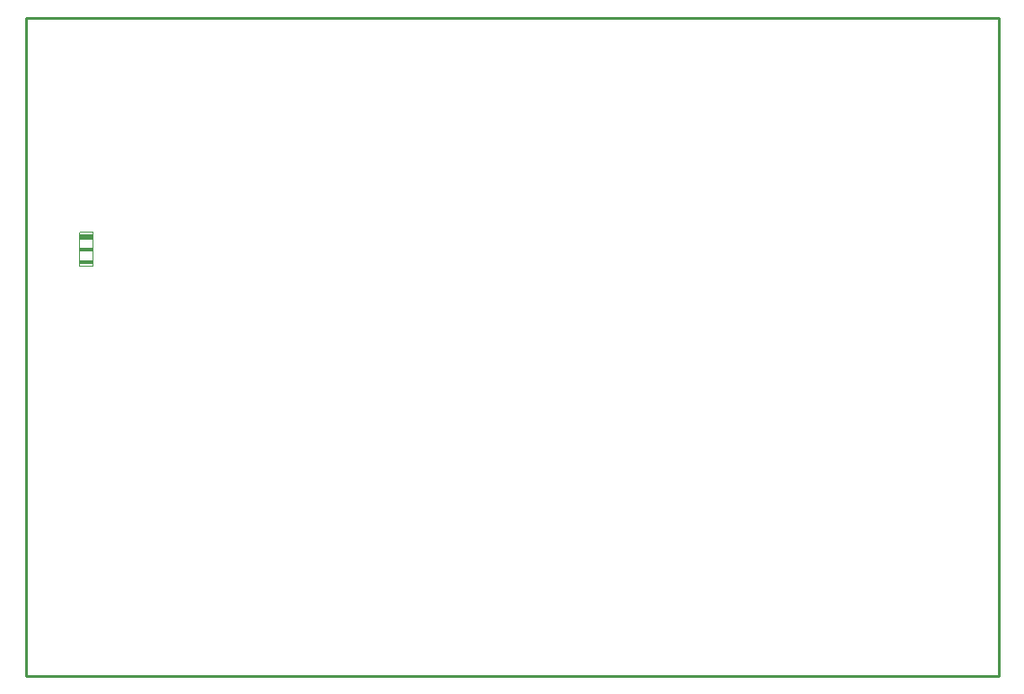
<source format=gko>
%FSTAX24Y24*%
%MOIN*%
%SFA1B1*%

%IPPOS*%
%ADD16C,0.010000*%
%ADD18R,0.001000X0.129300*%
%ADD19R,0.001000X0.001000*%
%ADD20R,0.001000X0.017000*%
%ADD21R,0.001000X0.016400*%
%ADD22R,0.001000X0.016300*%
%ADD23R,0.001000X0.000900*%
%ADD24R,0.001300X0.001000*%
%ADD25R,0.001300X0.017000*%
%ADD26R,0.001300X0.016400*%
%ADD27R,0.001300X0.016300*%
%ADD28R,0.001300X0.000900*%
%ADD29R,0.000900X0.001000*%
%ADD30R,0.000900X0.017000*%
%ADD31R,0.000900X0.016400*%
%ADD32R,0.000900X0.016300*%
%ADD33R,0.000900X0.000900*%
%ADD34R,0.000900X0.129300*%
%LNshield2gen-1*%
%LPD*%
G54D16*
X02095Y0163D02*
Y04075D01*
Y0163D02*
X05705D01*
Y04075*
D01*
X02095D02*
X05705D01*
G54D18*
X022975Y032143D03*
G54D19*
X022985Y032785D03*
X022995D03*
X023005D03*
X023015D03*
X023025D03*
X023035D03*
X023045D03*
X023055D03*
X023065D03*
X023075D03*
X023085D03*
X023095D03*
X023105D03*
X023115D03*
X023125D03*
X023135D03*
X023145D03*
X023155D03*
X023165D03*
X023175D03*
X023185D03*
X023195D03*
X023205D03*
G54D20*
X022985Y032615D03*
X022995D03*
X023005D03*
X023015D03*
X023025D03*
X023035D03*
X023045D03*
X023055D03*
X023065D03*
X023075D03*
X023085D03*
X023095D03*
X023105D03*
X023115D03*
X023125D03*
X023135D03*
X023145D03*
X023155D03*
X023165D03*
X023175D03*
X023185D03*
X023195D03*
X023205D03*
G54D21*
X022985Y032138D03*
X022995D03*
X023005D03*
X023015D03*
X023025D03*
X023035D03*
X023045D03*
X023055D03*
X023065D03*
X023075D03*
X023085D03*
X023095D03*
X023105D03*
X023115D03*
X023125D03*
X023135D03*
X023145D03*
X023155D03*
X023165D03*
X023175D03*
X023185D03*
X023195D03*
X023205D03*
G54D22*
X022985Y031665D03*
X022995D03*
X023005D03*
X023015D03*
X023025D03*
X023035D03*
X023045D03*
X023055D03*
X023065D03*
X023075D03*
X023085D03*
X023095D03*
X023105D03*
X023115D03*
X023125D03*
X023135D03*
X023145D03*
X023155D03*
X023165D03*
X023175D03*
X023185D03*
X023195D03*
X023205D03*
G54D23*
X022985Y031501D03*
X022995D03*
X023005D03*
X023015D03*
X023025D03*
X023035D03*
X023045D03*
X023055D03*
X023065D03*
X023075D03*
X023085D03*
X023095D03*
X023105D03*
X023115D03*
X023125D03*
X023135D03*
X023145D03*
X023155D03*
X023165D03*
X023175D03*
X023185D03*
X023195D03*
X023205D03*
G54D24*
X023216Y032785D03*
G54D25*
X023216Y032615D03*
G54D26*
X023216Y032138D03*
G54D27*
X023216Y031665D03*
G54D28*
X023216Y031501D03*
G54D29*
X023227Y032785D03*
X023236D03*
X023244D03*
X023253D03*
X023262D03*
X02327D03*
X023279D03*
X023287D03*
X023296D03*
X023305D03*
X023313D03*
X023322D03*
X02333D03*
X023339D03*
X023348D03*
X023356D03*
X023365D03*
X023373D03*
X023382D03*
X023391D03*
X023399D03*
X023408D03*
X023416D03*
X023425D03*
X023434D03*
X023442D03*
X023451D03*
X023459D03*
G54D30*
X023227Y032615D03*
X023236D03*
X023244D03*
X023253D03*
X023262D03*
X02327D03*
X023279D03*
X023287D03*
X023296D03*
X023305D03*
X023313D03*
X023322D03*
X02333D03*
X023339D03*
X023348D03*
X023356D03*
X023365D03*
X023373D03*
X023382D03*
X023391D03*
X023399D03*
X023408D03*
X023416D03*
X023425D03*
X023434D03*
X023442D03*
X023451D03*
X023459D03*
G54D31*
X023227Y032138D03*
X023236D03*
X023244D03*
X023253D03*
X023262D03*
X02327D03*
X023279D03*
X023287D03*
X023296D03*
X023305D03*
X023313D03*
X023322D03*
X02333D03*
X023339D03*
X023348D03*
X023356D03*
X023365D03*
X023373D03*
X023382D03*
X023391D03*
X023399D03*
X023408D03*
X023416D03*
X023425D03*
X023434D03*
X023442D03*
X023451D03*
X023459D03*
G54D32*
X023227Y031665D03*
X023236D03*
X023244D03*
X023253D03*
X023262D03*
X02327D03*
X023279D03*
X023287D03*
X023296D03*
X023304D03*
X023313D03*
X023322D03*
X02333D03*
X023339D03*
X023347D03*
X023356D03*
X023365D03*
X023373D03*
X023382D03*
X023391D03*
X023399D03*
X023408D03*
X023416D03*
X023425D03*
X023433D03*
X023442D03*
X023451D03*
X023459D03*
G54D33*
X023227Y031501D03*
X023236D03*
X023244D03*
X023253D03*
X023262D03*
X02327D03*
X023279D03*
X023287D03*
X023296D03*
X023305D03*
X023313D03*
X023322D03*
X02333D03*
X023339D03*
X023348D03*
X023356D03*
X023365D03*
X023373D03*
X023382D03*
X023391D03*
X023399D03*
X023408D03*
X023416D03*
X023425D03*
X023434D03*
X023442D03*
X023451D03*
X023459D03*
G54D34*
X023468Y032143D03*
M02*
</source>
